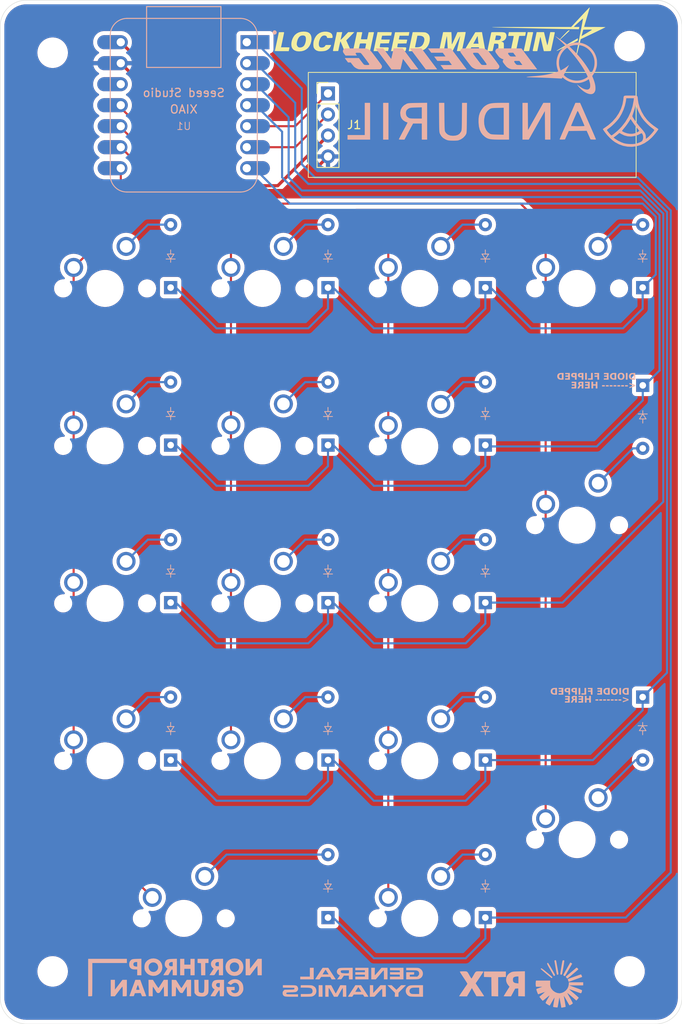
<source format=kicad_pcb>
(kicad_pcb (version 20240108) (generator "pcbnew") (generator_version "8.0")
  (layers (0 "F.Cu" signal) (31 "B.Cu" signal) (34 "B.Paste" user) (35 "F.Paste" user) (36 "B.SilkS" user "B.Silkscreen") (37 "F.SilkS" user "F.Silkscreen") (38 "B.Mask" user) (39 "F.Mask" user) (44 "Edge.Cuts" user))
  (net 0 "")
  (net 1 "ROW0")
  (net 2 "Net-(D1-A)")
  (net 3 "Net-(D2-A)")
  (net 4 "Net-(D3-A)")
  (net 5 "Net-(D4-A)")
  (net 6 "Net-(D5-A)")
  (net 7 "ROW1")
  (net 8 "Net-(D6-A)")
  (net 9 "Net-(D7-A)")
  (net 10 "Net-(D8-A)")
  (net 11 "Net-(D9-A)")
  (net 12 "ROW2")
  (net 13 "Net-(D10-A)")
  (net 14 "Net-(D11-A)")
  (net 15 "Net-(D12-A)")
  (net 16 "ROW3")
  (net 17 "Net-(D13-A)")
  (net 18 "Net-(D14-A)")
  (net 19 "Net-(D15-A)")
  (net 20 "ROW4")
  (net 21 "Net-(D16-A)")
  (net 22 "Net-(D17-A)")
  (net 23 "COL0")
  (net 24 "COL1")
  (net 25 "COL2")
  (net 26 "COL3")
  (net 27 "+3V3")
  (net 28 "GND")
  (net 29 "SDA")
  (net 30 "VCC")
  (net 31 "SCL")
  (footprint "3D-Models:MX-Solderable-1U-3D" (layer "F.Cu") (at 107.95 130.1125)
    (property "Reference" "SW13")
    (property "Value" "SW_Push_45deg")
    (pad "" np_thru_hole circle (at -5.08 0 48.099) (size 1.7018 1.7018) (drill 1.7018) (layers "F&B.Cu" "*.Mask"))
    (pad "" np_thru_hole circle (at 0 0) (size 3.9878 3.9878) (drill 3.9878) (layers "*.Cu" "*.Mask"))
    (pad "" np_thru_hole circle (at 5.08 0 48.099) (size 1.7018 1.7018) (drill 1.7018) (layers "F&B.Cu" "*.Mask"))
    (pad "1" thru_hole circle (at -3.81 -2.54) (size 2.3 2.3) (drill 1.524) (layers "*.Cu" "B.Mask") (net 24 "COL1"))
    (pad "2" thru_hole circle (at 2.54 -5.08) (size 2.3 2.3) (drill 1.524) (layers "*.Cu" "B.Mask") (net 17 "Net-(D13-A)"))
  )
  (footprint "3D-Models:MX-Solderable-1U-3D" (layer "F.Cu") (at 88.9 130.1125)
    (property "Reference" "SW12")
    (property "Value" "SW_Push_45deg")
    (pad "" np_thru_hole circle (at -5.08 0 48.099) (size 1.7018 1.7018) (drill 1.7018) (layers "F&B.Cu" "*.Mask"))
    (pad "" np_thru_hole circle (at 0 0) (size 3.9878 3.9878) (drill 3.9878) (layers "*.Cu" "*.Mask"))
    (pad "" np_thru_hole circle (at 5.08 0 48.099) (size 1.7018 1.7018) (drill 1.7018) (layers "F&B.Cu" "*.Mask"))
    (pad "1" thru_hole circle (at -3.81 -2.54) (size 2.3 2.3) (drill 1.524) (layers "*.Cu" "B.Mask") (net 23 "COL0"))
    (pad "2" thru_hole circle (at 2.54 -5.08) (size 2.3 2.3) (drill 1.524) (layers "*.Cu" "B.Mask") (net 15 "Net-(D12-A)"))
  )
  (footprint "3D-Models:MX-Solderable-1U-3D" (layer "F.Cu") (at 127 111.0625)
    (property "Reference" "SW11")
    (property "Value" "SW_Push_45deg")
    (pad "" np_thru_hole circle (at -5.08 0 48.099) (size 1.7018 1.7018) (drill 1.7018) (layers "F&B.Cu" "*.Mask"))
    (pad "" np_thru_hole circle (at 0 0) (size 3.9878 3.9878) (drill 3.9878) (layers "*.Cu" "*.Mask"))
    (pad "" np_thru_hole circle (at 5.08 0 48.099) (size 1.7018 1.7018) (drill 1.7018) (layers "F&B.Cu" "*.Mask"))
    (pad "1" thru_hole circle (at -3.81 -2.54) (size 2.3 2.3) (drill 1.524) (layers "*.Cu" "B.Mask") (net 25 "COL2"))
    (pad "2" thru_hole circle (at 2.54 -5.08) (size 2.3 2.3) (drill 1.524) (layers "*.Cu" "B.Mask") (net 14 "Net-(D11-A)"))
  )
  (footprint "hole:MountingHole_3.2mm_M3" (layer "F.Cu") (at 82.55 44.45)
    (property "Reference" "REF**" (hide yes))
    (property "Value" "MountingHole_3.2mm_M3" (hide yes))
    (pad "" np_thru_hole circle (at 0 0) (size 3.2 3.2) (drill 3.2) (layers "*.Cu" "*.Mask"))
  )
  (footprint "hole:MountingHole_3.2mm_M3" (layer "F.Cu") (at 152.4 43.65625)
    (property "Reference" "REF**" (hide yes))
    (property "Value" "MountingHole_3.2mm_M3" (hide yes))
    (pad "" np_thru_hole circle (at 0 0) (size 3.2 3.2) (drill 3.2) (layers "*.Cu" "*.Mask"))
  )
  (footprint "3D-Models:MX-Solderable-1U-3D" (layer "F.Cu") (at 127 149.1625)
    (property "Reference" "SW17")
    (property "Value" "SW_Push_45deg")
    (pad "" np_thru_hole circle (at -5.08 0 48.099) (size 1.7018 1.7018) (drill 1.7018) (layers "F&B.Cu" "*.Mask"))
    (pad "" np_thru_hole circle (at 0 0) (size 3.9878 3.9878) (drill 3.9878) (layers "*.Cu" "*.Mask"))
    (pad "" np_thru_hole circle (at 5.08 0 48.099) (size 1.7018 1.7018) (drill 1.7018) (layers "F&B.Cu" "*.Mask"))
    (pad "1" thru_hole circle (at -3.81 -2.54) (size 2.3 2.3) (drill 1.524) (layers "*.Cu" "B.Mask") (net 25 "COL2"))
    (pad "2" thru_hole circle (at 2.54 -5.08) (size 2.3 2.3) (drill 1.524) (layers "*.Cu" "B.Mask") (net 22 "Net-(D17-A)"))
  )
  (footprint "3D-Models:MX-Solderable-1U-3D" (layer "F.Cu") (at 107.95 72.9625)
    (property "Reference" "SW2")
    (property "Value" "SW_Push_45deg")
    (pad "" np_thru_hole circle (at -5.08 0 48.099) (size 1.7018 1.7018) (drill 1.7018) (layers "F&B.Cu" "*.Mask"))
    (pad "" np_thru_hole circle (at 0 0) (size 3.9878 3.9878) (drill 3.9878) (layers "*.Cu" "*.Mask"))
    (pad "" np_thru_hole circle (at 5.08 0 48.099) (size 1.7018 1.7018) (drill 1.7018) (layers "F&B.Cu" "*.Mask"))
    (pad "1" thru_hole circle (at -3.81 -2.54) (size 2.3 2.3) (drill 1.524) (layers "*.Cu" "B.Mask") (net 24 "COL1"))
    (pad "2" thru_hole circle (at 2.54 -5.08) (size 2.3 2.3) (drill 1.524) (layers "*.Cu" "B.Mask") (net 3 "Net-(D2-A)"))
  )
  (footprint "3D-Models:MX-Solderable-1U-3D" (layer "F.Cu") (at 107.95 111.0625)
    (property "Reference" "SW10")
    (property "Value" "SW_Push_45deg")
    (pad "" np_thru_hole circle (at -5.08 0 48.099) (size 1.7018 1.7018) (drill 1.7018) (layers "F&B.Cu" "*.Mask"))
    (pad "" np_thru_hole circle (at 0 0) (size 3.9878 3.9878) (drill 3.9878) (layers "*.Cu" "*.Mask"))
    (pad "" np_thru_hole circle (at 5.08 0 48.099) (size 1.7018 1.7018) (drill 1.7018) (layers "F&B.Cu" "*.Mask"))
    (pad "1" thru_hole circle (at -3.81 -2.54) (size 2.3 2.3) (drill 1.524) (layers "*.Cu" "B.Mask") (net 24 "COL1"))
    (pad "2" thru_hole circle (at 2.54 -5.08) (size 2.3 2.3) (drill 1.524) (layers "*.Cu" "B.Mask") (net 13 "Net-(D10-A)"))
  )
  (footprint "3D-Models:MX-Solderable-1U-3D" (layer "F.Cu") (at 88.9 111.0625)
    (property "Reference" "SW9")
    (property "Value" "SW_Push_45deg")
    (pad "" np_thru_hole circle (at -5.08 0 48.099) (size 1.7018 1.7018) (drill 1.7018) (layers "F&B.Cu" "*.Mask"))
    (pad "" np_thru_hole circle (at 0 0) (size 3.9878 3.9878) (drill 3.9878) (layers "*.Cu" "*.Mask"))
    (pad "" np_thru_hole circle (at 5.08 0 48.099) (size 1.7018 1.7018) (drill 1.7018) (layers "F&B.Cu" "*.Mask"))
    (pad "1" thru_hole circle (at -3.81 -2.54) (size 2.3 2.3) (drill 1.524) (layers "*.Cu" "B.Mask") (net 23 "COL0"))
    (pad "2" thru_hole circle (at 2.54 -5.08) (size 2.3 2.3) (drill 1.524) (layers "*.Cu" "B.Mask") (net 11 "Net-(D9-A)"))
  )
  (footprint "3D-Models:MX-Solderable-1U-3D" (layer "F.Cu") (at 88.9 92.0125)
    (property "Reference" "SW5")
    (property "Value" "SW_Push_45deg")
    (pad "" np_thru_hole circle (at -5.08 0 48.099) (size 1.7018 1.7018) (drill 1.7018) (layers "F&B.Cu" "*.Mask"))
    (pad "" np_thru_hole circle (at 0 0) (size 3.9878 3.9878) (drill 3.9878) (layers "*.Cu" "*.Mask"))
    (pad "" np_thru_hole circle (at 5.08 0 48.099) (size 1.7018 1.7018) (drill 1.7018) (layers "F&B.Cu" "*.Mask"))
    (pad "1" thru_hole circle (at -3.81 -2.54) (size 2.3 2.3) (drill 1.524) (layers "*.Cu" "B.Mask") (net 23 "COL0"))
    (pad "2" thru_hole circle (at 2.54 -5.08) (size 2.3 2.3) (drill 1.524) (layers "*.Cu" "B.Mask") (net 6 "Net-(D5-A)"))
  )
  (footprint "3D-Models:MX-Solderable-1U-3D" (layer "F.Cu") (at 127 72.9625)
    (property "Reference" "SW3")
    (property "Value" "SW_Push_45deg")
    (pad "" np_thru_hole circle (at -5.08 0 48.099) (size 1.7018 1.7018) (drill 1.7018) (layers "F&B.Cu" "*.Mask"))
    (pad "" np_thru_hole circle (at 0 0) (size 3.9878 3.9878) (drill 3.9878) (layers "*.Cu" "*.Mask"))
    (pad "" np_thru_hole circle (at 5.08 0 48.099) (size 1.7018 1.7018) (drill 1.7018) (layers "F&B.Cu" "*.Mask"))
    (pad "1" thru_hole circle (at -3.81 -2.54) (size 2.3 2.3) (drill 1.524) (layers "*.Cu" "B.Mask") (net 25 "COL2"))
    (pad "2" thru_hole circle (at 2.54 -5.08) (size 2.3 2.3) (drill 1.524) (layers "*.Cu" "B.Mask") (net 4 "Net-(D3-A)"))
  )
  (footprint "hole:MountingHole_3.2mm_M3" (layer "F.Cu") (at 152.4 155.575)
    (property "Reference" "REF**" (hide yes))
    (property "Value" "MountingHole_3.2mm_M3" (hide yes))
    (pad "" np_thru_hole circle (at 0 0) (size 3.2 3.2) (drill 3.2) (layers "*.Cu" "*.Mask"))
  )
  (footprint "3D-Models:MX-Solderable-1U-3D" (layer "F.Cu") (at 146.05 101.6)
    (property "Reference" "SW8")
    (property "Value" "SW_Push_45deg")
    (pad "" np_thru_hole circle (at -5.08 0 48.099) (size 1.7018 1.7018) (drill 1.7018) (layers "F&B.Cu" "*.Mask"))
    (pad "" np_thru_hole circle (at 0 0) (size 3.9878 3.9878) (drill 3.9878) (layers "*.Cu" "*.Mask"))
    (pad "" np_thru_hole circle (at 5.08 0 48.099) (size 1.7018 1.7018) (drill 1.7018) (layers "F&B.Cu" "*.Mask"))
    (pad "1" thru_hole circle (at -3.81 -2.54) (size 2.3 2.3) (drill 1.524) (layers "*.Cu" "B.Mask") (net 26 "COL3"))
    (pad "2" thru_hole circle (at 2.54 -5.08) (size 2.3 2.3) (drill 1.524) (layers "*.Cu" "B.Mask") (net 10 "Net-(D8-A)"))
  )
  (footprint "pinheader_2.54mm:PinHeader_1x04_P2.54mm_Vertical" (layer "F.Cu") (at 115.8875 49.38125)
    (property "Reference" "J1" (at 3.175 3.8 0) (layer "F.SilkS"))
    (property "Value" "OLED_DISPLAY")
    (pad "1" thru_hole rect (at 0 0) (size 1.7 1.7) (drill 1) (layers "*.Cu" "*.Mask") (net 29 "SDA"))
    (pad "2" thru_hole oval (at 0 2.54) (size 1.7 1.7) (drill 1) (layers "*.Cu" "*.Mask") (net 31 "SCL"))
    (pad "3" thru_hole oval (at 0 5.08) (size 1.7 1.7) (drill 1) (layers "*.Cu" "*.Mask") (net 30 "VCC"))
    (pad "4" thru_hole oval (at 0 7.62) (size 1.7 1.7) (drill 1) (layers "*.Cu" "*.Mask") (net 28 "GND"))
  )
  (footprint "hole:MountingHole_3.2mm_M3" (layer "F.Cu") (at 82.55 155.575)
    (property "Reference" "REF**" (hide yes))
    (property "Value" "MountingHole_3.2mm_M3" (hide yes))
    (pad "" np_thru_hole circle (at 0 0) (size 3.2 3.2) (drill 3.2) (layers "*.Cu" "*.Mask"))
  )
  (footprint "3D-Models:MX-Solderable-1U-3D" (layer "F.Cu") (at 88.9 72.9625)
    (property "Reference" "SW1")
    (property "Value" "SW_Push_45deg")
    (pad "" np_thru_hole circle (at -5.08 0 48.099) (size 1.7018 1.7018) (drill 1.7018) (layers "F&B.Cu" "*.Mask"))
    (pad "" np_thru_hole circle (at 0 0) (size 3.9878 3.9878) (drill 3.9878) (layers "*.Cu" "*.Mask"))
    (pad "" np_thru_hole circle (at 5.08 0 48.099) (size 1.7018 1.7018) (drill 1.7018) (layers "F&B.Cu" "*.Mask"))
    (pad "1" thru_hole circle (at -3.81 -2.54) (size 2.3 2.3) (drill 1.524) (layers "*.Cu" "B.Mask") (net 23 "COL0"))
    (pad "2" thru_hole circle (at 2.54 -5.08) (size 2.3 2.3) (drill 1.524) (layers "*.Cu" "B.Mask") (net 2 "Net-(D1-A)"))
  )
  (footprint "3D-Models:MX-Solderable-1U-3D" (layer "F.Cu") (at 127 130.1125)
    (property "Reference" "SW14")
    (property "Value" "SW_Push_45deg")
    (pad "" np_thru_hole circle (at -5.08 0 48.099) (size 1.7018 1.7018) (drill 1.7018) (layers "F&B.Cu" "*.Mask"))
    (pad "" np_thru_hole circle (at 0 0) (size 3.9878 3.9878) (drill 3.9878) (layers "*.Cu" "*.Mask"))
    (pad "" np_thru_hole circle (at 5.08 0 48.099) (size 1.7018 1.7018) (drill 1.7018) (layers "F&B.Cu" "*.Mask"))
    (pad "1" thru_hole circle (at -3.81 -2.54) (size 2.3 2.3) (drill 1.524) (layers "*.Cu" "B.Mask") (net 25 "COL2"))
    (pad "2" thru_hole circle (at 2.54 -5.08) (size 2.3 2.3) (drill 1.524) (layers "*.Cu" "B.Mask") (net 18 "Net-(D14-A)"))
  )
  (footprint "3D-Models:MX-Solderable-1U-3D" (layer "F.Cu") (at 146.05 139.6375)
    (property "Reference" "SW15")
    (property "Value" "SW_Push_45deg")
    (pad "" np_thru_hole circle (at -5.08 0 48.099) (size 1.7018 1.7018) (drill 1.7018) (layers "F&B.Cu" "*.Mask"))
    (pad "" np_thru_hole circle (at 0 0) (size 3.9878 3.9878) (drill 3.9878) (layers "*.Cu" "*.Mask"))
    (pad "" np_thru_hole circle (at 5.08 0 48.099) (size 1.7018 1.7018) (drill 1.7018) (layers "F&B.Cu" "*.Mask"))
    (pad "1" thru_hole circle (at -3.81 -2.54) (size 2.3 2.3) (drill 1.524) (layers "*.Cu" "B.Mask") (net 26 "COL3"))
    (pad "2" thru_hole circle (at 2.54 -5.08) (size 2.3 2.3) (drill 1.524) (layers "*.Cu" "B.Mask") (net 19 "Net-(D15-A)"))
  )
  (footprint "3D-Models:MX-Solderable-1U-3D" (layer "F.Cu") (at 127 92.075)
    (property "Reference" "SW7")
    (property "Value" "SW_Push_45deg")
    (pad "" np_thru_hole circle (at -5.08 0 48.099) (size 1.7018 1.7018) (drill 1.7018) (layers "F&B.Cu" "*.Mask"))
    (pad "" np_thru_hole circle (at 0 0) (size 3.9878 3.9878) (drill 3.9878) (layers "*.Cu" "*.Mask"))
    (pad "" np_thru_hole circle (at 5.08 0 48.099) (size 1.7018 1.7018) (drill 1.7018) (layers "F&B.Cu" "*.Mask"))
    (pad "1" thru_hole circle (at -3.81 -2.54) (size 2.3 2.3) (drill 1.524) (layers "*.Cu" "B.Mask") (net 25 "COL2"))
    (pad "2" thru_hole circle (at 2.54 -5.08) (size 2.3 2.3) (drill 1.524) (layers "*.Cu" "B.Mask") (net 9 "Net-(D7-A)"))
  )
  (footprint "3D-Models:MX-Solderable-1U-3D" (layer "F.Cu") (at 98.425 149.1625)
    (property "Reference" "SW16")
    (property "Value" "SW_Push_45deg")
    (pad "" np_thru_hole circle (at -5.08 0 48.099) (size 1.7018 1.7018) (drill 1.7018) (layers "F&B.Cu" "*.Mask"))
    (pad "" np_thru_hole circle (at 0 0) (size 3.9878 3.9878) (drill 3.9878) (layers "*.Cu" "*.Mask"))
    (pad "" np_thru_hole circle (at 5.08 0 48.099) (size 1.7018 1.7018) (drill 1.7018) (layers "F&B.Cu" "*.Mask"))
    (pad "1" thru_hole circle (at -3.81 -2.54) (size 2.3 2.3) (drill 1.524) (layers "*.Cu" "B.Mask") (net 23 "COL0"))
    (pad "2" thru_hole circle (at 2.54 -5.08) (size 2.3 2.3) (drill 1.524) (layers "*.Cu" "B.Mask") (net 21 "Net-(D16-A)"))
  )
  (footprint "3D-Models:MX-Solderable-1U-3D" (layer "F.Cu") (at 107.95 92.0125)
    (property "Reference" "SW6")
    (property "Value" "SW_Push_45deg")
    (pad "" np_thru_hole circle (at -5.08 0 48.099) (size 1.7018 1.7018) (drill 1.7018) (layers "F&B.Cu" "*.Mask"))
    (pad "" np_thru_hole circle (at 0 0) (size 3.9878 3.9878) (drill 3.9878) (layers "*.Cu" "*.Mask"))
    (pad "" np_thru_hole circle (at 5.08 0 48.099) (size 1.7018 1.7018) (drill 1.7018) (layers "F&B.Cu" "*.Mask"))
    (pad "1" thru_hole circle (at -3.81 -2.54) (size 2.3 2.3) (drill 1.524) (layers "*.Cu" "B.Mask") (net 24 "COL1"))
    (pad "2" thru_hole circle (at 2.54 -5.08) (size 2.3 2.3) (drill 1.524) (layers "*.Cu" "B.Mask") (net 8 "Net-(D6-A)"))
  )
  (footprint "3D-Models:MX-Solderable-1U-3D" (layer "F.Cu") (at 146.05 72.9625)
    (property "Reference" "SW4")
    (property "Value" "SW_Push_45deg")
    (pad "" np_thru_hole circle (at -5.08 0 48.099) (size 1.7018 1.7018) (drill 1.7018) (layers "F&B.Cu" "*.Mask"))
    (pad "" np_thru_hole circle (at 0 0) (size 3.9878 3.9878) (drill 3.9878) (layers "*.Cu" "*.Mask"))
    (pad "" np_thru_hole circle (at 5.08 0 48.099) (size 1.7018 1.7018) (drill 1.7018) (layers "F&B.Cu" "*.Mask"))
    (pad "1" thru_hole circle (at -3.81 -2.54) (size 2.3 2.3) (drill 1.524) (layers "*.Cu" "B.Mask") (net 26 "COL3"))
    (pad "2" thru_hole circle (at 2.54 -5.08) (size 2.3 2.3) (drill 1.524) (layers "*.Cu" "B.Mask") (net 5 "Net-(D4-A)"))
  )
  (footprint "logo:Lockheed-medium" (layer "F.Cu") (at 129.47 41.99)
    (property "Reference" "G***" (hide yes))
    (property "Value" "LOGO" (hide yes))
  )
  (footprint "3D-Models:Diode_DO-35" (layer "B.Cu") (at 115.8875 130.01625 90)
    (property "Reference" "D13" (hide yes))
    (property "Value" "D" (hide yes))
    (pad "1" thru_hole rect (at 0 0 90) (size 1.6 1.6) (drill 0.8) (layers "*.Cu" "*.Mask") (net 16 "ROW3"))
    (pad "2" thru_hole oval (at 7.62 0 90) (size 1.6 1.6) (drill 0.8) (layers "*.Cu" "*.Mask") (net 17 "Net-(D13-A)"))
  )
  (footprint "logo:Anduril-Medium" (layer "B.Cu") (at 137.07 52.74 180)
    (property "Reference" "G***" (hide yes))
    (property "Value" "LOGO" (hide yes))
  )
  (footprint "3D-Models:Diode_DO-35" (layer "B.Cu") (at 134.9375 110.96625 90)
    (property "Reference" "D11" (hide yes))
    (property "Value" "D" (hide yes))
    (pad "1" thru_hole rect (at 0 0 90) (size 1.6 1.6) (drill 0.8) (layers "*.Cu" "*.Mask") (net 12 "ROW2"))
    (pad "2" thru_hole oval (at 7.62 0 90) (size 1.6 1.6) (drill 0.8) (layers "*.Cu" "*.Mask") (net 14 "Net-(D11-A)"))
  )
  (footprint "logo:GD-Small" (layer "B.Cu") (at 119.025808 156.64 180)
    (property "Reference" "G***" (hide yes))
    (property "Value" "LOGO" (hide yes))
  )
  (footprint "3D-Models:Diode_DO-35" (layer "B.Cu") (at 153.9875 72.86625 90)
    (property "Reference" "D4" (hide yes))
    (property "Value" "D" (hide yes))
    (pad "1" thru_hole rect (at 0 0 90) (size 1.6 1.6) (drill 0.8) (layers "*.Cu" "*.Mask") (net 1 "ROW0"))
    (pad "2" thru_hole oval (at 7.62 0 90) (size 1.6 1.6) (drill 0.8) (layers "*.Cu" "*.Mask") (net 5 "Net-(D4-A)"))
  )
  (footprint "3D-Models:Diode_DO-35" (layer "B.Cu") (at 115.8875 72.86625 90)
    (property "Reference" "D2" (hide yes))
    (property "Value" "D" (hide yes))
    (pad "1" thru_hole rect (at 0 0 90) (size 1.6 1.6) (drill 0.8) (layers "*.Cu" "*.Mask") (net 1 "ROW0"))
    (pad "2" thru_hole oval (at 7.62 0 90) (size 1.6 1.6) (drill 0.8) (layers "*.Cu" "*.Mask") (net 3 "Net-(D2-A)"))
  )
  (footprint "3D-Models:Diode_DO-35" (layer "B.Cu") (at 115.8875 149.06625 90)
    (property "Reference" "D16" (hide yes))
    (property "Value" "D" (hide yes))
    (pad "1" thru_hole rect (at 0 0 90) (size 1.6 1.6) (drill 0.8) (layers "*.Cu" "*.Mask") (net 20 "ROW4"))
    (pad "2" thru_hole oval (at 7.62 0 90) (size 1.6 1.6) (drill 0.8) (layers "*.Cu" "*.Mask") (net 21 "Net-(D16-A)"))
  )
  (footprint "Seeed Studio XIAO Series Library:XIAO-Generic-Hybrid-14P-2.54-21X17.8MM" (layer "B.Cu") (at 98.425 50.8 180)
    (property "Reference" "U1" (at 0 -2.54 0) (layer "B.SilkS") (effects (font (size 0.889 0.889) (thickness 0.1016)) (justify mirror)))
    (property "Value" "MOUDLE-SEEEDUINO-XIAO" (hide yes))
    (fp_text user "XIAO" (at 0 -0.5 0) (layer "B.SilkS") (effects (justify mirror)))
    (fp_text user "Seeed Studio" (at 0 1.5 0) (layer "B.SilkS") (effects (justify mirror)))
    (pad "1" thru_hole rect (at -7.625 7.62 180) (size 3.5 1.7) (drill 1 (offset -1 0)) (layers "*.Cu" "*.Mask") (net 20 "ROW4"))
    (pad "2" thru_hole oval (at -7.625 5.08 180) (size 3.6 1.7) (drill 1 (offset -1 0)) (layers "*.Cu" "*.Mask") (net 16 "ROW3"))
    (pad "3" thru_hole oval (at -7.625 2.54 180) (size 3.6 1.7) (drill 1 (offset -1 0)) (layers "*.Cu" "*.Mask") (net 12 "ROW2"))
    (pad "4" thru_hole oval (at -7.625 0 180) (size 3.6 1.7) (drill 1 (offset -1 0)) (layers "*.Cu" "*.Mask") (net 7 "ROW1"))
    (pad "5" thru_hole oval (at -7.625 -2.54 180) (size 3.6 1.7) (drill 1 (offset -1 0)) (layers "*.Cu" "*.Mask") (net 29 "SDA"))
    (pad "6" thru_hole oval (at -7.625 -5.08) (size 3.6 1.7) (drill 1 (offset 1 0)) (layers "*.Cu" "*.Mask") (net 31 "SCL"))
    (pad "7" thru_hole oval (at -7.625 -7.62 180) (size 3.6 1.7) (drill 1 (offset -1 0)) (layers "*.Cu" "*.Mask") (net 1 "ROW0"))
    (pad "8" thru_hole oval (at 7.625 -7.62 180) (size 3.6 1.7) (drill 1 (offset 1 0)) (layers "*.Cu" "*.Mask") (net 23 "COL0"))
    (pad "9" thru_hole oval (at 7.625 -5.08 180) (size 3.6 1.7) (drill 1 (offset 1 0)) (layers "*.Cu" "*.Mask") (net 24 "COL1"))
    (pad "10" thru_hole oval (at 7.625 -2.54 180) (size 3.6 1.7) (drill 1 (offset 1 0)) (layers "*.Cu" "*.Mask") (net 25 "COL2"))
    (pad "11" thru_hole oval (at 7.625 0 180) (size 3.7 1.7) (drill 1 (offset 1 0)) (layers "*.Cu" "*.Mask") (net 26 "COL3"))
    (pad "12" thru_hole oval (at 7.625 2.54 180) (size 3.7 1.7) (drill 1 (offset 1 0)) (layers "*.Cu" "*.Mask") (net 27 "+3V3"))
    (pad "13" thru_hole oval (at 7.625 5.08 180) (size 3.7 1.7) (drill 1 (offset 1 0)) (layers "*.Cu" "*.Mask") (net 28 "GND"))
    (pad "14" thru_hole oval (at 7.625 7.62 180) (size 3.7 1.7) (drill 1 (offset 1 0)) (layers "*.Cu" "*.Mask") (net 30 "VCC"))
  )
  (footprint "logo:RTX-Small" (layer "B.Cu") (at 139.275808 157.06 180)
    (property "Reference" "G***" (hide yes))
    (property "Value" "LOGO" (hide yes))
  )
  (footprint "3D-Models:Diode_DO-35" (layer "B.Cu") (at 96.8375 130.01625 90)
    (property "Reference" "D12" (hide yes))
    (property "Value" "D" (hide yes))
    (pad "1" thru_hole rect (at 0 0 90) (size 1.6 1.6) (drill 0.8) (layers "*.Cu" "*.Mask") (net 16 "ROW3"))
    (pad "2" thru_hole oval (at 7.62 0 90) (size 1.6 1.6) (drill 0.8) (layers "*.Cu" "*.Mask") (net 15 "Net-(D12-A)"))
  )
  (footprint "3D-Models:Diode_DO-35" (layer "B.Cu") (at 96.8375 91.91625 90)
    (property "Reference" "D5" (hide yes))
    (property "Value" "D" (hide yes))
    (pad "1" thru_hole rect (at 0 0 90) (size 1.6 1.6) (drill 0.8) (layers "*.Cu" "*.Mask") (net 7 "ROW1"))
    (pad "2" thru_hole oval (at 7.62 0 90) (size 1.6 1.6) (drill 0.8) (layers "*.Cu" "*.Mask") (net 6 "Net-(D5-A)"))
  )
  (footprint "3D-Models:Diode_DO-35" (layer "B.Cu") (at 134.9375 72.86625 90)
    (property "Reference" "D3" (hide yes))
    (property "Value" "D" (hide yes))
    (pad "1" thru_hole rect (at 0 0 90) (size 1.6 1.6) (drill 0.8) (layers "*.Cu" "*.Mask") (net 1 "ROW0"))
    (pad "2" thru_hole oval (at 7.62 0 90) (size 1.6 1.6) (drill 0.8) (layers "*.Cu" "*.Mask") (net 4 "Net-(D3-A)"))
  )
  (footprint "3D-Models:Diode_DO-35" (layer "B.Cu") (at 96.8375 110.96625 90)
    (property "Reference" "D9" (hide yes))
    (property "Value" "D" (hide yes))
    (pad "1" thru_hole rect (at 0 0 90) (size 1.6 1.6) (drill 0.8) (layers "*.Cu" "*.Mask") (net 12 "ROW2"))
    (pad "2" thru_hole oval (at 7.62 0 90) (size 1.6 1.6) (drill 0.8) (layers "*.Cu" "*.Mask") (net 11 "Net-(D9-A)"))
  )
  (footprint "3D-Models:Diode_DO-35" (layer "B.Cu") (at 134.9375 130.01625 90)
    (property "Reference" "D14" (hide yes))
    (property "Value" "D" (hide yes))
    (pad "1" thru_hole rect (at 0 0 90) (size 1.6 1.6) (drill 0.8) (layers "*.Cu" "*.Mask") (net 16 "ROW3"))
    (pad "2" thru_hole oval (at 7.62 0 90) (size 1.6 1.6) (drill 0.8) (layers "*.Cu" "*.Mask") (net 18 "Net-(D14-A)"))
  )
  (footprint "3D-Models:Diode_DO-35" (layer "B.Cu") (at 154 84.69 -90)
    (property "Reference" "D8" (hide yes))
    (property "Value" "D" (hide yes))
    (pad "1" thru_hole rect (at 0 0 270) (size 1.6 1.6) (drill 0.8) (layers "*.Cu" "*.Mask") (net 7 "ROW1"))
    (pad "2" thru_hole oval (at 7.62 0 270) (size 1.6 1.6) (drill 0.8) (layers "*.Cu" "*.Mask") (net 10 "Net-(D8-A)"))
  )
  (footprint "3D-Models:Diode_DO-35" (layer "B.Cu") (at 153.9875 122.39625 -90)
    (property "Reference" "D15" (hide yes))
    (property "Value" "D" (hide yes))
    (pad "1" thru_hole rect (at 0 0 270) (size 1.6 1.6) (drill 0.8) (layers "*.Cu" "*.Mask") (net 16 "ROW3"))
    (pad "2" thru_hole oval (at 7.62 0 270) (size 1.6 1.6) (drill 0.8) (layers "*.Cu" "*.Mask") (net 19 "Net-(D15-A)"))
  )
  (footprint "3D-Models:Diode_DO-35" (layer "B.Cu") (at 115.8875 110.96625 90)
    (property "Reference" "D10" (hide yes))
    (property "Value" "D" (hide yes))
    (pad "1" thru_hole rect (at 0 0 90) (size 1.6 1.6) (drill 0.8) (layers "*.Cu" "*.Mask") (net 12 "ROW2"))
    (pad "2" thru_hole oval (at 7.62 0 90) (size 1.6 1.6) (drill 0.8) (layers "*.Cu" "*.Mask") (net 13 "Net-(D10-A)"))
  )
  (footprint "3D-Models:Diode_DO-35" (layer "B.Cu") (at 134.9375 91.91625 90)
    (property "Reference" "D7" (hide yes))
    (property "Value" "D" (hide yes))
    (pad "1" thru_hole rect (at 0 0 90) (size 1.6 1.6) (drill 0.8) (layers "*.Cu" "*.Mask") (net 7 "ROW1"))
    (pad "2" thru_hole oval (at 7.62 0 90) (size 1.6 1.6) (drill 0.8) (layers "*.Cu" "*.Mask") (net 9 "Net-(D7-A)"))
  )
  (footprint "3D-Models:Diode_DO-35" (layer "B.Cu") (at 96.8375 72.86625 90)
    (property "Reference" "D1" (hide yes))
    (property "Value" "D" (hide yes))
    (pad "1" thru_hole rect (at 0 0 90) (size 1.6 1.6) (drill 0.8) (layers "*.Cu" "*.Mask") (net 1 "ROW0"))
    (pad "2" thru_hole oval (at 7.62 0 90) (size 1.6 1.6) (drill 0.8) (layers "*.Cu" "*.Mask") (net 2 "Net-(D1-A)"))
  )
  (footprint "3D-Models:Diode_DO-35" (layer "B.Cu") (at 115.8875 91.91625 90)
    (property "Reference" "D6" (hide yes))
    (property "Value" "D" (hide yes))
    (pad "1" thru_hole rect (at 0 0 90) (size 1.6 1.6) (drill 0.8) (layers "*.Cu" "*.Mask") (net 7 "ROW1"))
    (pad "2" thru_hole oval (at 7.62 0 90) (size 1.6 1.6) (drill 0.8) (layers "*.Cu" "*.Mask") (net 8 "Net-(D6-A)"))
  )
  (footprint "3D-Models:Diode_DO-35" (layer "B.Cu") (at 134.9375 149.06625 90)
    (property "Reference" "D17" (hide yes))
    (property "Value" "D" (hide yes))
    (pad "1" thru_hole rect (at 0 0 90) (size 1.6 1.6) (drill 0.8) (layers "*.Cu" "*.Mask") (net 20 "ROW4"))
    (pad "2" thru_hole oval (at 7.62 0 90) (size 1.6 1.6) (drill 0.8) (layers "*.Cu" "*.Mask") (net 22 "Net-(D17-A)"))
  )
  (footprint "logo:Boeing-Small" (layer "B.Cu") (at 133.08 45.95 180)
    (property "Reference" "G***" (hide yes))
    (property "Value" "LOGO" (hide yes))
  )
  (footprint "logo:NG-Small" (layer "B.Cu") (at 97.36 156.32 180)
    (property "Reference" "G***" (hide yes))
    (property "Value" "LOGO" (hide yes))
  )
  (gr_rect (start 113.50625 46.83125) (end 153.19375 59.53125) (stroke (width 0.1)) (fill none) (layer "F.SilkS"))
  (gr_line (start 79.375 161.925) (end 155.575 161.925) (stroke (width 0.05)) (layer "Edge.Cuts"))
  (gr_arc (start 155.575 38.1) (mid 157.820082 39.029933) (end 158.75 41.275) (stroke (width 0.05)) (layer "Edge.Cuts"))
  (gr_line (start 158.75 41.275) (end 158.75 158.75) (stroke (width 0.05)) (layer "Edge.Cuts"))
  (gr_line (start 79.375 38.1) (end 155.575 38.1) (stroke (width 0.05)) (layer "Edge.Cuts"))
  (gr_arc (start 158.75 158.75) (mid 157.820064 160.995064) (end 155.575 161.925) (stroke (width 0.05)) (layer "Edge.Cuts"))
  (gr_arc (start 79.375 161.925) (mid 77.129936 160.995064) (end 76.2 158.75) (stroke (width 0.05)) (layer "Edge.Cuts"))
  (gr_arc (start 76.2 41.275) (mid 77.129936 39.029936) (end 79.375 38.1) (stroke (width 0.05)) (layer "Edge.Cuts"))
  (gr_line (start 76.2 158.75) (end 76.2 41.275) (stroke (width 0.05)) (layer "Edge.Cuts"))
  (gr_text "DIODE FLIPPED" (at 153.19375 84.1375 0) (layer "B.SilkS") (effects (font (size 0.8 0.8) (thickness 0.1)) (justify left bottom mirror)))
  (gr_text "<------- HERE" (at 153.19375 85.2 0) (layer "B.SilkS") (effects (font (size 0.8 0.8) (thickness 0.1)) (justify left bottom mirror)))
  (gr_text "DIODE FLIPPED" (at 152.4 122.2375 0) (layer "B.SilkS") (effects (font (size 0.8 0.8) (thickness 0.1)) (justify left bottom mirror)))
  (gr_text "<------- HERE" (at 152.4 123.2 0) (layer "B.SilkS") (effects (font (size 0.8 0.8) (thickness 0.1)) (justify left bottom mirror)))
  (segment (start 134.9375 75.40625) (end 132.55625 77.7875) (width 0.254) (layer "B.Cu") (net 1))
  (segment (start 115.8875 72.86625) (end 115.8875 75.40625) (width 0.254) (layer "B.Cu") (net 1))
  (segment (start 155.575 71.27875) (end 155.575 64.29375) (width 0.254) (layer "B.Cu") (net 1))
  (segment (start 106.975471 58.42) (end 106.05 58.42) (width 0.254) (layer "B.Cu") (net 1))
  (segment (start 153.9875 72.86625) (end 155.575 71.27875) (width 0.254) (layer "B.Cu") (net 1))
  (segment (start 153.9875 75.40625) (end 151.60625 77.7875) (width 0.254) (layer "B.Cu") (net 1))
  (segment (start 153.9875 72.86625) (end 153.9875 75.40625) (width 0.254) (layer "B.Cu") (net 1))
  (segment (start 134.9375 72.86625) (end 134.9375 75.40625) (width 0.254) (layer "B.Cu") (net 1))
  (segment (start 121.44375 77.7875) (end 116.5225 72.86625) (width 0.254) (layer "B.Cu") (net 1))
  (segment (start 102.39375 77.7875) (end 97.4725 72.86625) (width 0.254) (layer "B.Cu") (net 1))
  (segment (start 115.8875 75.40625) (end 113.50625 77.7875) (width 0.254) (layer "B.Cu") (net 1))
  (segment (start 111.261721 62.70625) (end 106.975471 58.42) (width 0.254) (layer "B.Cu") (net 1))
  (segment (start 155.575 64.29375) (end 153.9875 62.70625) (width 0.254) (layer "B.Cu") (net 1))
  (segment (start 132.55625 77.7875) (end 121.44375 77.7875) (width 0.254) (layer "B.Cu") (net 1))
  (segment (start 151.60625 77.7875) (end 140.49375 77.7875) (width 0.254) (layer "B.Cu") (net 1))
  (segment (start 113.50625 77.7875) (end 102.39375 77.7875) (width 0.254) (layer "B.Cu") (net 1))
  (segment (start 140.49375 77.7875) (end 135.5725 72.86625) (width 0.254) (layer "B.Cu") (net 1))
  (segment (start 153.9875 62.70625) (end 111.261721 62.70625) (width 0.254) (layer "B.Cu") (net 1))
  (segment (start 91.44 67.8825) (end 94.07625 65.24625) (width 0.254) (layer "B.Cu") (net 2))
  (segment (start 94.07625 65.24625) (end 96.8375 65.24625) (width 0.254) (layer "B.Cu") (net 2))
  (segment (start 113.12625 65.24625) (end 115.8875 65.24625) (width 0.254) (layer "B.Cu") (net 3))
  (segment (start 110.49 67.8825) (end 113.12625 65.24625) (width 0.254) (layer "B.Cu") (net 3))
  (segment (start 129.54 67.8825) (end 132.17625 65.24625) (width 0.254) (layer "B.Cu") (net 4))
  (segment (start 132.17625 65.24625) (end 134.9375 65.24625) (width 0.254) (layer "B.Cu") (net 4))
  (segment (start 151.22625 65.24625) (end 148.59 67.8825) (width 0.254) (layer "B.Cu") (net 5))
  (segment (start 153.9875 65.24625) (end 151.22625 65.24625) (width 0.254) (layer "B.Cu") (net 5))
  (segment (start 91.44 86.9325) (end 94.07625 84.29625) (width 0.254) (layer "B.Cu") (net 6))
  (segment (start 94.07625 84.29625) (end 96.8375 84.29625) (width 0.254) (layer "B.Cu") (net 6))
  (segment (start 154 86.50625) (end 154 84.69) (width 0.254) (layer "B.Cu") (net 7))
  (segment (start 102.39375 96.8375) (end 97.4725 91.91625) (width 0.254) (layer "B.Cu") (net 7))
  (segment (start 134.9375 94.45625) (end 132.55625 96.8375) (width 0.254) (layer "B.Cu") (net 7))
  (segment (start 115.8875 94.45625) (end 113.50625 96.8375) (width 0.254) (layer "B.Cu") (net 7))
  (segment (start 121.44375 96.8375) (end 116.5225 91.91625) (width 0.254) (layer "B.Cu") (net 7))
  (segment (start 135.41375 92.075) (end 148.43125 92.075) (width 0.254) (layer "B.Cu") (net 7))
  (segment (start 148.43125 92.075) (end 154 86.50625) (width 0.254) (layer "B.Cu") (net 7))
  (segment (start 156.029 64.105697) (end 153.835803 61.9125) (width 0.254) (layer "B.Cu") (net 7))
  (segment (start 156.029 82.88975) (end 156.029 64.105697) (width 0.254) (layer "B.Cu") (net 7))
  (segment (start 107.124529 50.8) (end 106.05 50.8) (width 0.254) (layer "B.Cu") (net 7))
  (segment (start 134.9375 91.91625) (end 134.9375 94.45625) (width 0.254) (layer "B.Cu") (net 7))
  (segment (start 112.7125 61.9125) (end 110.33125 59.53125) (width 0.254) (layer "B.Cu") (net 7))
  (segment (start 154 84.69) (end 154.22875 84.69) (width 0.254) (layer "B.Cu") (net 7))
  (segment (start 132.55625 96.8375) (end 121.44375 96.8375) (width 0.254) (layer "B.Cu") (net 7))
  (segment (start 153.835803 61.9125) (end 112.7125 61.9125) (width 0.254) (layer "B.Cu") (net 7))
  (segment (start 110.33125 54.006721) (end 107.124529 50.8) (width 0.254) (layer "B.Cu") (net 7))
  (segment (start 113.50625 96.8375) (end 102.39375 96.8375) (width 0.254) (layer "B.Cu") (net 7))
  (segment (start 115.8875 91.91625) (end 115.8875 94.45625) (width 0.254) (layer "B.Cu") (net 7))
  (segment (start 154.22875 84.69) (end 156.029 82.88975) (width 0.254) (layer "B.Cu") (net 7))
  (segment (start 110.33125 59.53125) (end 110.33125 54.006721) (width 0.254) (layer "B.Cu") (net 7))
  (segment (start 110.49 86.9325) (end 113.12625 84.29625) (width 0.254) (layer "B.Cu") (net 8))
  (segment (start 113.12625 84.29625) (end 115.8875 84.29625) (width 0.254) (layer "B.Cu") (net 8))
  (segment (start 129.54 86.995) (end 132.23875 84.29625) (width 0.254) (layer "B.Cu") (net 9))
  (segment (start 132.23875 84.29625) (end 134.9375 84.29625) (width 0.254) (layer "B.Cu") (net 9))
  (segment (start 152.8 92.31) (end 154 92.31) (width 0.254) (layer "B.Cu") (net 10))
  (segment (start 148.59 96.52) (end 152.8 92.31) (width 0.254) (layer "B.Cu") (net 10))
  (segment (start 91.44 105.9825) (end 94.07625 103.34625) (width 0.254) (layer "B.Cu") (net 11))
  (segment (start 94.07625 103.34625) (end 96.8375 103.34625) (width 0.254) (layer "B.Cu") (net 11))
  (segment (start 111.125 52.260471) (end 107.124529 48.26) (width 0.254) (layer "B.Cu") (net 12))
  (segment (start 112.7125 61.11875) (end 111.125 59.53125) (width 0.254) (layer "B.Cu") (net 12))
  (segment (start 156.483 93.54825) (end 156.483 63.917644) (width 0.254) (layer "B.Cu") (net 12))
  (segment (start 153.684106 61.11875) (end 112.7125 61.11875) (width 0.254) (layer "B.Cu") (net 12))
  (segment (start 144.28375 110.96625) (end 156.483 98.767) (width 0.254) (layer "B.Cu") (net 12))
  (segment (start 115.8875 110.96625) (end 115.8875 113.50625) (width 0.254) (layer "B.Cu") (net 12))
  (segment (start 107.124529 48.26) (end 106.05 48.26) (width 0.254) (layer "B.Cu") (net 12))
  (segment (start 102.39375 115.8875) (end 97.4725 110.96625) (width 0.254) (layer "B.Cu") (net 12))
  (segment (start 113.50625 115.8875) (end 102.39375 115.8875) (width 0.254) (layer "B.Cu") (net 12))
  (segment (start 111.125 59.53125) (end 111.125 52.260471) (width 0.254) (layer "B.Cu") (net 12))
  (segment (start 156.483 98.767) (end 156.483 93.4) (width 0.254) (layer "B.Cu") (net 12))
  (segment (start 134.9375 113.50625) (end 132.55625 115.8875) (width 0.254) (layer "B.Cu") (net 12))
  (segment (start 134.9375 110.96625) (end 144.28375 110.96625) (width 0.254) (layer "B.Cu") (net 12))
  (segment (start 132.55625 115.8875) (end 121.44375 115.8875) (width 0.254) (layer "B.Cu") (net 12))
  (segment (start 121.44375 115.8875) (end 116.5225 110.96625) (width 0.254) (layer "B.Cu") (net 12))
  (segment (start 115.8875 113.50625) (end 113.50625 115.8875) (width 0.254) (layer "B.Cu") (net 12))
  (segment (start 156.483 63.917644) (end 153.684106 61.11875) (width 0.254) (layer "B.Cu") (net 12))
  (segment (start 134.9375 110.96625) (end 134.9375 113.50625) (width 0.254) (layer "B.Cu") (net 12))
  (segment (start 113.12625 103.34625) (end 115.8875 103.34625) (width 0.254) (layer "B.Cu") (net 13))
  (segment (start 110.49 105.9825) (end 113.12625 103.34625) (width 0.254) (layer "B.Cu") (net 13))
  (segment (start 132.17625 103.34625) (end 134.9375 103.34625) (width 0.254) (layer "B.Cu") (net 14))
  (segment (start 129.54 105.9825) (end 132.17625 103.34625) (width 0.254) (layer "B.Cu") (net 14))
  (segment (start 96.8375 122.39625) (end 94.07625 122.39625) (width 0.254) (layer "B.Cu") (net 15))
  (segment (start 94.07625 122.39625) (end 91.44 125.0325) (width 0.254) (layer "B.Cu") (net 15))
  (segment (start 156.937 63.729591) (end 153.532409 60.325) (width 0.254) (layer "B.Cu") (net 16))
  (segment (start 153.9875 123.98375) (end 153.9875 122.39625) (width 0.254) (layer "B.Cu") (net 16))
  (segment (start 107.124529 45.72) (end 106.05 45.72) (width 0.254) (layer "B.Cu") (net 16))
  (segment (start 134.9375 132.55625) (end 132.55625 134.9375) (width 0.254) (layer "B.Cu") (net 16))
  (segment (start 115.8875 132.55625) (end 113.50625 134.9375) (width 0.254) (layer "B.Cu") (net 16))
  (segment (start 121.44375 134.9375) (end 116.5225 130.01625) (width 0.254) (layer "B.Cu") (net 16))
  (segment (start 113.50625 60.325) (end 111.91875 58.7375) (width 0.254) (layer "B.Cu") (net 16))
  (segment (start 153.532409 60.325) (end 113.50625 60.325) (width 0.254) (layer "B.Cu") (net 16))
  (segment (start 111.91875 58.7375) (end 111.91875 50.514221) (width 0.254) (layer "B.Cu") (net 16))
  (segment (start 102.39375 134.9375) (end 97.4725 130.01625) (width 0.254) (layer "B.Cu") (net 16))
  (segment (start 132.55625 134.9375) (end 121.44375 134.9375) (width 0.254) (layer "B.Cu") (net 16))
  (segment (start 111.91875 50.514221) (end 107.124529 45.72) (width 0.254) (layer "B.Cu") (net 16))
  (segment (start 153.9875 122.39625) (end 156.937 119.44675) (width 0.254) (layer "B.Cu") (net 16))
  (segment (start 156.937 119.44675) (end 156.937 63.729591) (width 0.254) (layer "B.Cu") (net 16))
  (segment (start 134.9375 130.01625) (end 134.9375 132.55625) (width 0.254) (layer "B.Cu") (net 16))
  (segment (start 116.5225 130.01625) (end 115.8875 130.01625) (width 0.254) (layer "B.Cu") (net 16))
  (segment (start 147.955 130.01625) (end 153.9875 123.98375) (width 0.254) (layer "B.Cu") (net 16))
  (segment (start 113.50625 134.9375) (end 102.39375 134.9375) (width 0.254) (layer "B.Cu") (net 16))
  (segment (start 134.9375 130.01625) (end 147.955 130.01625) (width 0.254) (layer "B.Cu") (net 16))
  (segment (start 115.8875 130.01625) (end 115.8875 132.55625) (width 0.254) (layer "B.Cu") (net 16))
  (segment (start 115.8875 122.39625) (end 113.12625 122.39625) (width 0.254) (layer "B.Cu") (net 17))
  (segment (start 113.12625 122.39625) (end 110.49 125.0325) (width 0.254) (layer "B.Cu") (net 17))
  (segment (start 134.9375 122.39625) (end 132.17625 122.39625) (width 0.254) (layer "B.Cu") (net 18))
  (segment (start 132.17625 122.39625) (end 129.54 125.0325) (width 0.254) (layer "B.Cu") (net 18))
  (segment (start 153.13125 130.01625) (end 153.9875 130.01625) (width 0.254) (layer "B.Cu") (net 19))
  (segment (start 148.59 134.5575) (end 153.13125 130.01625) (width 0.254) (layer "B.Cu") (net 19))
  (segment (start 132.55625 153.9875) (end 121.44375 153.9875) (width 0.254) (layer "B.Cu") (net 20))
  (segment (start 114.3 59.53125) (end 112.7125 57.94375) (width 0.254) (layer "B.Cu") (net 20))
  (segment (start 112.7125 48.767971) (end 107.124529 43.18) (width 0.254) (layer "B.Cu") (net 20))
  (segment (start 157.391 143.609) (end 157.391 63.541538) (width 0.254) (layer "B.Cu") (net 20))
  (segment (start 153.380712 59.53125) (end 114.3 59.53125) (width 0.254) (layer "B.Cu") (net 20))
  (segment (start 134.9375 151.60625) (end 132.55625 153.9875) (width 0.254) (layer "B.Cu") (net 20))
  (segment (start 134.9375 149.06625) (end 134.9375 151.60625) (width 0.254) (layer "B.Cu") (net 20))
  (segment (start 134.9375 149.06625) (end 151.93375 149.06625) (width 0.254) (layer "B.Cu") (net 20))
  (segment (start 112.7125 57.94375) (end 112.7125 48.767971) (width 0.254) (layer "B.Cu") (net 20))
  (segment (start 107.47375 43.18) (end 106.05 43.18) (width 0.254) (layer "B.Cu") (net 20))
  (segment (start 157.391 63.541538) (end 153.380712 59.53125) (width 0.254) (layer "B.Cu") (net 20))
  (segment (start 151.93375 149.06625) (end 157.391 143.609) (width 0.254) (layer "B.Cu") (net 20))
  (segment (start 107.124529 43.18) (end 106.05 43.18) (width 0.254) (layer "B.Cu") (net 20))
  (segment (start 121.44375 153.9875) (end 116.5225 149.06625) (width 0.254) (layer "B.Cu") (net 20))
  (segment (start 115.8875 141.44625) (end 103.60125 141.44625) (width 0.254) (layer "B.Cu") (net 21))
  (segment (start 103.60125 141.44625) (end 100.965 144.0825) (width 0.254) (layer "B.Cu") (net 21))
  (segment (start 134.9375 141.44625) (end 132.17625 141.44625) (width 0.254) (layer "B.Cu") (net 22))
  (segment (start 132.17625 141.44625) (end 129.54 144.0825) (width 0.254) (layer "B.Cu") (net 22))
  (segment (start 85.09 127.5725) (end 85.09 137.0975) (width 0.254) (layer "F.Cu") (net 23))
  (segment (start 85.09 89.4725) (end 85.09 108.5225) (width 0.254) (layer "F.Cu") (net 23))
  (segment (start 85.09 137.0975) (end 94.615 146.6225) (width 0.254) (layer "F.Cu") (net 23))
  (segment (start 85.09 70.4225) (end 85.09 89.4725) (width 0.254) (layer "F.Cu") (net 23))
  (segment (start 90.8 64.7125) (end 90.8 58.42) (width 0.254) (layer "F.Cu") (net 23))
  (segment (start 85.09 108.5225) (end 85.09 127.5725) (width 0.254) (layer "F.Cu") (net 23))
  (segment (start 85.09 70.4225) (end 90.8 64.7125) (width 0.254) (layer "F.Cu") (net 23))
  (segment (start 98.425 63.5) (end 97.63125 62.70625) (width 0.254) (layer "F.Cu") (net 24))
  (segment (start 104.14 70.4225) (end 104.14 89.4725) (width 0.254) (layer "F.Cu") (net 24))
  (segment (start 104.14 64.29375) (end 103.34625 63.5) (width 0.254) (layer "F.Cu") (net 24))
  (segment (start 104.14 89.4725) (end 104.14 108.5225) (width 0.254) (layer "F.Cu") (net 24))
  (segment (start 103.34625 63.5) (end 98.425 63.5) (width 0.254) (layer "F.Cu") (net 24))
  (segment (start 104.14 108.5225) (end 104.14 127.5725) (width 0.254) (layer "F.Cu") (net 24))
  (segment (start 97.62625 62.70625) (end 90.8 55.88) (width 0.254) (layer "F.Cu") (net 24))
  (segment (start 97.63125 62.70625) (end 97.62625 62.70625) (width 0.254) (layer "F.Cu") (net 24))
  (segment (start 104.14 70.4225) (end 104.14 64.29375) (width 0.254) (layer "F.Cu") (net 24))
  (segment (start 123.19 89.535) (end 123.19 108.5225) (width 0.254) (layer "F.Cu") (net 25))
  (segment (start 118.26875 63.5) (end 106.3625 63.5) (width 0.254) (layer "F.Cu") (net 25))
  (segment (start 105.56875 62.70625) (end 100.0125 62.70625) (width 0.254) (layer "F.Cu") (net 25))
  (segment (start 123.19 70.4225) (end 123.19 68.19) (width 0.254) (layer "F.Cu") (net 25))
  (segment (start 123.19 127.5725) (end 123.19 146.6225) (width 0.254) (layer "F.Cu") (net 25))
  (segment (start 122.95875 68.19) (end 118.26875 63.5) (width 0.254) (layer "F.Cu") (net 25))
  (segment (start 123.19 70.4225) (end 123.19 89.535) (width 0.254) (layer "F.Cu") (net 25))
  (segment (start 123.19 108.5225) (end 123.19 127.5725) (width 0.254) (layer "F.Cu") (net 25))
  (segment (start 106.3625 63.5) (end 105.56875 62.70625) (width 0.254) (layer "F.Cu") (net 25))
  (segment (start 90.8 53.49375) (end 90.8 53.34) (width 0.254) (layer "F.Cu") (net 25))
  (segment (start 123.19 68.19) (end 122.95875 68.19) (width 0.254) (layer "F.Cu") (net 25))
  (segment (start 100.0125 62.70625) (end 90.8 53.49375) (width 0.254) (layer "F.Cu") (net 25))
  (segment (start 107.95 61.9125) (end 101.6 61.9125) (width 0.254) (layer "F.Cu") (net 26))
  (segment (start 108.74375 62.70625) (end 107.95 61.9125) (width 0.254) (layer "F.Cu") (net 26))
  (segment (start 142.24 99.06) (end 142.24 137.0975) (width 0.254) (layer "F.Cu") (net 26))
  (segment (start 101.6 61.9125) (end 90.8 51.1125) (width 0.254) (layer "F.Cu") (net 26))
  (segment (start 142.24 70.4225) (end 142.24 99.06) (width 0.254) (layer "F.Cu") (net 26))
  (segment (start 142.24 65.74) (end 139.20625 62.70625) (width 0.254) (layer "F.Cu") (net 26))
  (segment (start 142.24 70.4225) (end 142.24 65.74) (width 0.254) (layer "F.Cu") (net 26))
  (segment (start 139.20625 62.70625) (end 108.74375 62.70625) (width 0.254) (layer "F.Cu") (net 26))
  (segment (start 90.8 51.1125) (end 90.8 50.8) (width 0.254) (layer "F.Cu") (net 26))
  (segment (start 102.39375 61.11875) (end 111.77 61.11875) (width 0.381) (layer "F.Cu") (net 28))
  (segment (start 92.86875 47.78875) (end 92.86875 51.59375) (width 0.381) (layer "F.Cu") (net 28))
  (segment (start 90.8 45.72) (end 92.86875 47.78875) (width 0.381) (layer "F.Cu") (net 28))
  (segment (start 92.86875 51.59375) (end 102.39375 61.11875) (width 0.381) (layer "F.Cu") (net 28))
  (segment (start 111.77 61.11875) (end 115.8875 57.00125) (width 0.381) (layer "F.Cu") (net 28))
  (segment (start 115.8875 49.38125) (end 111.92875 53.34) (width 0.254) (layer "F.Cu") (net 29))
  (segment (start 111.92875 53.34) (end 106.05 53.34) (width 0.254) (layer "F.Cu") (net 29))
  (segment (start 109.811 60.53775) (end 102.97475 60.53775) (width 0.381) (layer "F.Cu") (net 30))
  (segment (start 93.6625 46.0425) (end 90.8 43.18) (width 0.381) (layer "F.Cu") (net 30))
  (segment (start 102.97475 60.53775) (end 93.6625 51.2255) (width 0.381) (layer "F.Cu") (net 30))
  (segment (start 109.811 60.53775) (end 115.8875 54.46125) (width 0.381) (layer "F.Cu") (net 30))
  (segment (start 93.6625 51.2255) (end 93.6625 46.0425) (width 0.381) (layer "F.Cu") (net 30))
  (segment (start 111.92875 55.88) (end 106.05 55.88) (width 0.254) (layer "F.Cu") (net 31))
  (segment (start 115.8875 51.92125) (end 111.92875 55.88) (width 0.254) (layer "F.Cu") (net 31))
  (zone (net 28) (net_name "GND") (layer "F.Cu") (connect_pads (clearance 0.5)) (min_thickness 0.25) (fill yes (thermal_gap 0.5) (thermal_bridge_width 0.5))
    (polygon (pts (xy 76.2 38.1) (xy 76.2 161.925) (xy 158.75 161.925) (xy 158.75 38.1)))
  )
  (zone (net 28) (net_name "GND") (layer "B.Cu") (connect_pads (clearance 0.5)) (min_thickness 0.25) (fill yes (thermal_gap 0.5) (thermal_bridge_width 0.5))
    (polygon (pts (xy 76.2 38.1) (xy 76.2 161.925) (xy 158.75 161.925) (xy 158.75 38.1)))
  )
)
</source>
